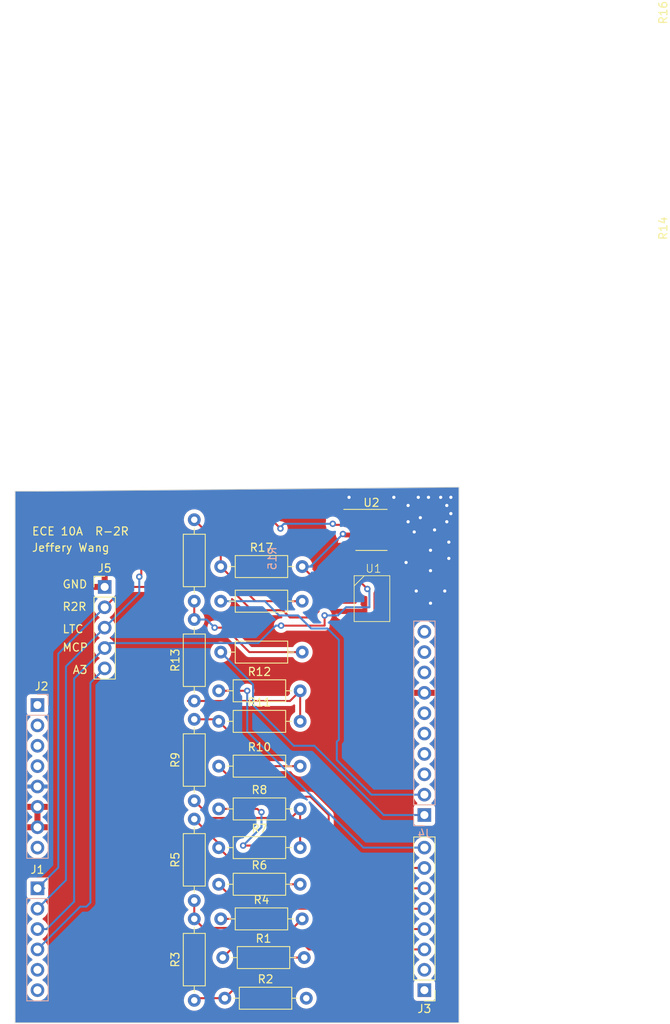
<source format=kicad_pcb>
(kicad_pcb (version 20221018) (generator pcbnew)
  (layers (0 "F.Cu" signal) (31 "B.Cu" signal) (34 "B.Paste" user) (35 "F.Paste" user) (36 "B.SilkS" user "B.Silkscreen") (37 "F.SilkS" user "F.Silkscreen") (38 "B.Mask" user) (39 "F.Mask" user) (44 "Edge.Cuts" user))
  (net 0 "")
  (net 1 "/vout_r2r")
  (net 2 "/vout_ltc")
  (net 3 "/vout_mcp")
  (net 4 "/ARDUINO_A3")
  (net 11 "+5V")
  (net 12 "GND")
  (net 14 "/vin0")
  (net 15 "/vin1")
  (net 16 "/vin2")
  (net 17 "/vin3")
  (net 18 "/vin4")
  (net 19 "/vin5")
  (net 20 "/vin6")
  (net 21 "/vin7")
  (net 31 "Net-(R1-Pad2)")
  (net 33 "Net-(R3-Pad2)")
  (net 34 "Net-(R5-Pad2)")
  (net 35 "Net-(R7-Pad2)")
  (net 36 "Net-(R10-Pad2)")
  (net 37 "Net-(R11-Pad2)")
  (net 38 "Net-(R13-Pad2)")
  (net 39 "Net-(R15-Pad2)")
  (footprint "Package_SO:SOIC-8_3.9x4.9mm_P1.27mm" (layer "F.Cu") (at 168.656 36.576)
    (fp_text reference "U2" (at 0 -3.4) (layer "F.SilkS"))
    (fp_text value "LTC1152")
    (fp_line (start 0 -2.56) (end -3.45 -2.56) (stroke (width 0.12)) (layer "F.SilkS"))
    (fp_line (start 0 -2.56) (end 1.95 -2.56) (stroke (width 0.12)) (layer "F.SilkS"))
    (fp_line (start 0 2.56) (end -1.95 2.56) (stroke (width 0.12)) (layer "F.SilkS"))
    (fp_line (start 0 2.56) (end 1.95 2.56) (stroke (width 0.12)) (layer "F.SilkS"))
    (pad "1" smd roundrect (at -2.475 -1.905) (size 1.95 0.6) (layers "F.Cu" "F.Paste" "F.Mask") (net 11 "+5V"))
    (pad "2" smd roundrect (at -2.475 -0.635) (size 1.95 0.6) (layers "F.Cu" "F.Paste" "F.Mask") (net 2 "/vout_ltc"))
    (pad "3" smd roundrect (at -2.475 0.635) (size 1.95 0.6) (layers "F.Cu" "F.Paste" "F.Mask") (net 1 "/vout_r2r"))
    (pad "4" smd roundrect (at -2.475 1.905) (size 1.95 0.6) (layers "F.Cu" "F.Paste" "F.Mask") (net 12 "GND"))
    (pad "5" smd roundrect (at 2.475 1.905) (size 1.95 0.6) (layers "F.Cu" "F.Paste" "F.Mask"))
    (pad "6" smd roundrect (at 2.475 0.635) (size 1.95 0.6) (layers "F.Cu" "F.Paste" "F.Mask") (net 2 "/vout_ltc"))
    (pad "7" smd roundrect (at 2.475 -0.635) (size 1.95 0.6) (layers "F.Cu" "F.Paste" "F.Mask") (net 11 "+5V"))
    (pad "8" smd roundrect (at 2.475 -1.905) (size 1.95 0.6) (layers "F.Cu" "F.Paste" "F.Mask"))
  )
  (footprint "Resistor_THT:R_Axial_DIN0207_L6.3mm_D2.5mm_P10.16mm_Horizontal" (layer "F.Cu") (at 149.606 60.452)
    (fp_text reference "R11" (at 5.08 -2.37) (layer "F.SilkS"))
    (fp_text value "10k")
    (fp_line (start 1.04 0) (end 1.81 0) (stroke (width 0.12)) (layer "F.SilkS"))
    (fp_line (start 1.81 -1.37) (end 1.81 1.37) (stroke (width 0.12)) (layer "F.SilkS"))
    (fp_line (start 1.81 1.37) (end 8.35 1.37) (stroke (width 0.12)) (layer "F.SilkS"))
    (fp_line (start 8.35 -1.37) (end 1.81 -1.37) (stroke (width 0.12)) (layer "F.SilkS"))
    (fp_line (start 8.35 1.37) (end 8.35 -1.37) (stroke (width 0.12)) (layer "F.SilkS"))
    (fp_line (start 9.12 0) (end 8.35 0) (stroke (width 0.12)) (layer "F.SilkS"))
    (pad "1" thru_hole circle (at 0 0) (size 1.6 1.6) (drill 0.8) (layers "*.Cu" "*.Mask") (net 36 "Net-(R10-Pad2)"))
    (pad "2" thru_hole oval (at 10.16 0) (size 1.6 1.6) (drill 0.8) (layers "*.Cu" "*.Mask") (net 37 "Net-(R11-Pad2)"))
  )
  (footprint "Connector_PinHeader_2.54mm:PinHeader_1x08_P2.54mm_Vertical" (layer "F.Cu") (at 175.26 93.98 180)
    (fp_text reference "J3" (at 0 -2.33) (layer "F.SilkS"))
    (fp_text value "Conn_01x08")
    (fp_line (start -1.33 -1.33) (end 0 -1.33) (stroke (width 0.12)) (layer "F.SilkS"))
    (fp_line (start -1.33 0) (end -1.33 -1.33) (stroke (width 0.12)) (layer "F.SilkS"))
    (fp_line (start -1.33 1.27) (end -1.33 19.11) (stroke (width 0.12)) (layer "F.SilkS"))
    (fp_line (start -1.33 1.27) (end 1.33 1.27) (stroke (width 0.12)) (layer "F.SilkS"))
    (fp_line (start -1.33 19.11) (end 1.33 19.11) (stroke (width 0.12)) (layer "F.SilkS"))
    (fp_line (start 1.33 1.27) (end 1.33 19.11) (stroke (width 0.12)) (layer "F.SilkS"))
    (pad "1" thru_hole rect (at 0 0 180) (size 1.7 1.7) (drill 1) (layers "*.Cu" "*.Mask"))
    (pad "2" thru_hole oval (at 0 2.54 180) (size 1.7 1.7) (drill 1) (layers "*.Cu" "*.Mask"))
    (pad "3" thru_hole oval (at 0 5.08 180) (size 1.7 1.7) (drill 1) (layers "*.Cu" "*.Mask") (net 14 "/vin0"))
    (pad "4" thru_hole oval (at 0 7.62 180) (size 1.7 1.7) (drill 1) (layers "*.Cu" "*.Mask") (net 15 "/vin1"))
    (pad "5" thru_hole oval (at 0 10.16 180) (size 1.7 1.7) (drill 1) (layers "*.Cu" "*.Mask") (net 16 "/vin2"))
    (pad "6" thru_hole oval (at 0 12.7 180) (size 1.7 1.7) (drill 1) (layers "*.Cu" "*.Mask") (net 17 "/vin3"))
    (pad "7" thru_hole oval (at 0 15.24 180) (size 1.7 1.7) (drill 1) (layers "*.Cu" "*.Mask") (net 18 "/vin4"))
    (pad "8" thru_hole oval (at 0 17.78 180) (size 1.7 1.7) (drill 1) (layers "*.Cu" "*.Mask") (net 19 "/vin5"))
  )
  (footprint "Resistor_THT:R_Axial_DIN0207_L6.3mm_D2.5mm_P10.16mm_Horizontal" (layer "F.Cu") (at 146.558 95.25 90)
    (fp_text reference "R3" (at 5.08 -2.37 90) (layer "F.SilkS"))
    (fp_text value "10k")
    (fp_line (start 1.04 0) (end 1.81 0) (stroke (width 0.12)) (layer "F.SilkS"))
    (fp_line (start 1.81 -1.37) (end 1.81 1.37) (stroke (width 0.12)) (layer "F.SilkS"))
    (fp_line (start 1.81 1.37) (end 8.35 1.37) (stroke (width 0.12)) (layer "F.SilkS"))
    (fp_line (start 8.35 -1.37) (end 1.81 -1.37) (stroke (width 0.12)) (layer "F.SilkS"))
    (fp_line (start 8.35 1.37) (end 8.35 -1.37) (stroke (width 0.12)) (layer "F.SilkS"))
    (fp_line (start 9.12 0) (end 8.35 0) (stroke (width 0.12)) (layer "F.SilkS"))
    (pad "1" thru_hole circle (at 0 0 90) (size 1.6 1.6) (drill 0.8) (layers "*.Cu" "*.Mask") (net 31 "Net-(R1-Pad2)"))
    (pad "2" thru_hole oval (at 10.16 0 90) (size 1.6 1.6) (drill 0.8) (layers "*.Cu" "*.Mask") (net 33 "Net-(R3-Pad2)"))
  )
  (footprint "Connector_PinHeader_2.54mm:PinHeader_1x05_P2.54mm_Vertical" (layer "F.Cu") (at 135.382 43.688)
    (fp_text reference "J5" (at 0 -2.33) (layer "F.SilkS"))
    (fp_text value "Conn_01x05")
    (fp_line (start -1.33 -1.33) (end 0 -1.33) (stroke (width 0.12)) (layer "F.SilkS"))
    (fp_line (start -1.33 0) (end -1.33 -1.33) (stroke (width 0.12)) (layer "F.SilkS"))
    (fp_line (start -1.33 1.27) (end -1.33 11.49) (stroke (width 0.12)) (layer "F.SilkS"))
    (fp_line (start -1.33 1.27) (end 1.33 1.27) (stroke (width 0.12)) (layer "F.SilkS"))
    (fp_line (start -1.33 11.49) (end 1.33 11.49) (stroke (width 0.12)) (layer "F.SilkS"))
    (fp_line (start 1.33 1.27) (end 1.33 11.49) (stroke (width 0.12)) (layer "F.SilkS"))
    (pad "1" thru_hole rect (at 0 0) (size 1.7 1.7) (drill 1) (layers "*.Cu" "*.Mask") (net 12 "GND"))
    (pad "2" thru_hole oval (at 0 2.54) (size 1.7 1.7) (drill 1) (layers "*.Cu" "*.Mask") (net 1 "/vout_r2r"))
    (pad "3" thru_hole oval (at 0 5.08) (size 1.7 1.7) (drill 1) (layers "*.Cu" "*.Mask") (net 2 "/vout_ltc"))
    (pad "4" thru_hole oval (at 0 7.62) (size 1.7 1.7) (drill 1) (layers "*.Cu" "*.Mask") (net 3 "/vout_mcp"))
    (pad "5" thru_hole oval (at 0 10.16) (size 1.7 1.7) (drill 1) (layers "*.Cu" "*.Mask") (net 4 "/ARDUINO_A3"))
  )
  (footprint "Resistor_THT:R_Axial_DIN0207_L6.3mm_D2.5mm_P10.16mm_Horizontal" (layer "F.Cu") (at 146.558 57.912 90)
    (fp_text reference "R13" (at 5.08 -2.37 90) (layer "F.SilkS"))
    (fp_text value "10k")
    (fp_line (start 1.04 0) (end 1.81 0) (stroke (width 0.12)) (layer "F.SilkS"))
    (fp_line (start 1.81 -1.37) (end 1.81 1.37) (stroke (width 0.12)) (layer "F.SilkS"))
    (fp_line (start 1.81 1.37) (end 8.35 1.37) (stroke (width 0.12)) (layer "F.SilkS"))
    (fp_line (start 8.35 -1.37) (end 1.81 -1.37) (stroke (width 0.12)) (layer "F.SilkS"))
    (fp_line (start 8.35 1.37) (end 8.35 -1.37) (stroke (width 0.12)) (layer "F.SilkS"))
    (fp_line (start 9.12 0) (end 8.35 0) (stroke (width 0.12)) (layer "F.SilkS"))
    (pad "1" thru_hole circle (at 0 0 90) (size 1.6 1.6) (drill 0.8) (layers "*.Cu" "*.Mask") (net 37 "Net-(R11-Pad2)"))
    (pad "2" thru_hole oval (at 10.16 0 90) (size 1.6 1.6) (drill 0.8) (layers "*.Cu" "*.Mask") (net 38 "Net-(R13-Pad2)"))
  )
  (footprint "Resistor_THT:R_Axial_DIN0207_L6.3mm_D2.5mm_P10.16mm_Horizontal" (layer "F.Cu") (at 146.558 45.466 90)
    (fp_text reference "R15" (at 5.334 9.736 90) (layer "B.SilkS") (effects (justify mirror)))
    (fp_text value "10k")
    (fp_line (start 1.04 0) (end 1.81 0) (stroke (width 0.12)) (layer "F.SilkS"))
    (fp_line (start 1.81 -1.37) (end 1.81 1.37) (stroke (width 0.12)) (layer "F.SilkS"))
    (fp_line (start 1.81 1.37) (end 8.35 1.37) (stroke (width 0.12)) (layer "F.SilkS"))
    (fp_line (start 8.35 -1.37) (end 1.81 -1.37) (stroke (width 0.12)) (layer "F.SilkS"))
    (fp_line (start 8.35 1.37) (end 8.35 -1.37) (stroke (width 0.12)) (layer "F.SilkS"))
    (fp_line (start 9.12 0) (end 8.35 0) (stroke (width 0.12)) (layer "F.SilkS"))
    (pad "1" thru_hole circle (at 0 0 90) (size 1.6 1.6) (drill 0.8) (layers "*.Cu" "*.Mask") (net 38 "Net-(R13-Pad2)"))
    (pad "2" thru_hole oval (at 10.16 0 90) (size 1.6 1.6) (drill 0.8) (layers "*.Cu" "*.Mask") (net 39 "Net-(R15-Pad2)"))
  )
  (footprint "Resistor_THT:R_Axial_DIN0207_L6.3mm_D2.5mm_P10.16mm_Horizontal" (layer "F.Cu") (at 150.114 89.916)
    (fp_text reference "R1" (at 5.08 -2.37) (layer "F.SilkS"))
    (fp_text value "20k")
    (fp_line (start 1.04 0) (end 1.81 0) (stroke (width 0.12)) (layer "F.SilkS"))
    (fp_line (start 1.81 -1.37) (end 1.81 1.37) (stroke (width 0.12)) (layer "F.SilkS"))
    (fp_line (start 1.81 1.37) (end 8.35 1.37) (stroke (width 0.12)) (layer "F.SilkS"))
    (fp_line (start 8.35 -1.37) (end 1.81 -1.37) (stroke (width 0.12)) (layer "F.SilkS"))
    (fp_line (start 8.35 1.37) (end 8.35 -1.37) (stroke (width 0.12)) (layer "F.SilkS"))
    (fp_line (start 9.12 0) (end 8.35 0) (stroke (width 0.12)) (layer "F.SilkS"))
    (pad "1" thru_hole circle (at 0 0) (size 1.6 1.6) (drill 0.8) (layers "*.Cu" "*.Mask") (net 14 "/vin0"))
    (pad "2" thru_hole oval (at 10.16 0) (size 1.6 1.6) (drill 0.8) (layers "*.Cu" "*.Mask") (net 31 "Net-(R1-Pad2)"))
  )
  (footprint "Resistor_THT:R_Axial_DIN0207_L6.3mm_D2.5mm_P10.16mm_Horizontal" (layer "F.Cu") (at 149.606 66.04)
    (fp_text reference "R10" (at 5.08 -2.37) (layer "F.SilkS"))
    (fp_text value "20k")
    (fp_line (start 1.04 0) (end 1.81 0) (stroke (width 0.12)) (layer "F.SilkS"))
    (fp_line (start 1.81 -1.37) (end 1.81 1.37) (stroke (width 0.12)) (layer "F.SilkS"))
    (fp_line (start 1.81 1.37) (end 8.35 1.37) (stroke (width 0.12)) (layer "F.SilkS"))
    (fp_line (start 8.35 -1.37) (end 1.81 -1.37) (stroke (width 0.12)) (layer "F.SilkS"))
    (fp_line (start 8.35 1.37) (end 8.35 -1.37) (stroke (width 0.12)) (layer "F.SilkS"))
    (fp_line (start 9.12 0) (end 8.35 0) (stroke (width 0.12)) (layer "F.SilkS"))
    (pad "1" thru_hole circle (at 0 0) (size 1.6 1.6) (drill 0.8) (layers "*.Cu" "*.Mask") (net 18 "/vin4"))
    (pad "2" thru_hole oval (at 10.16 0) (size 1.6 1.6) (drill 0.8) (layers "*.Cu" "*.Mask") (net 36 "Net-(R10-Pad2)"))
  )
  (footprint "Resistor_THT:R_Axial_DIN0207_L6.3mm_D2.5mm_P10.16mm_Horizontal" (layer "F.Cu") (at 149.86 45.466)
    (fp_text reference "R16" (at 55.188 -73.404 90) (layer "F.SilkS"))
    (fp_text value "20k")
    (fp_line (start 1.04 0) (end 1.81 0) (stroke (width 0.12)) (layer "F.SilkS"))
    (fp_line (start 1.81 -1.37) (end 1.81 1.37) (stroke (width 0.12)) (layer "F.SilkS"))
    (fp_line (start 1.81 1.37) (end 8.35 1.37) (stroke (width 0.12)) (layer "F.SilkS"))
    (fp_line (start 8.35 -1.37) (end 1.81 -1.37) (stroke (width 0.12)) (layer "F.SilkS"))
    (fp_line (start 8.35 1.37) (end 8.35 -1.37) (stroke (width 0.12)) (layer "F.SilkS"))
    (fp_line (start 9.12 0) (end 8.35 0) (stroke (width 0.12)) (layer "F.SilkS"))
    (pad "1" thru_hole circle (at 0 0) (size 1.6 1.6) (drill 0.8) (layers "*.Cu" "*.Mask") (net 21 "/vin7"))
    (pad "2" thru_hole oval (at 10.16 0) (size 1.6 1.6) (drill 0.8) (layers "*.Cu" "*.Mask") (net 39 "Net-(R15-Pad2)"))
  )
  (footprint "Resistor_THT:R_Axial_DIN0207_L6.3mm_D2.5mm_P10.16mm_Horizontal" (layer "F.Cu") (at 146.558 82.804 90)
    (fp_text reference "R5" (at 5.08 -2.37 90) (layer "F.SilkS"))
    (fp_text value "10k")
    (fp_line (start 1.04 0) (end 1.81 0) (stroke (width 0.12)) (layer "F.SilkS"))
    (fp_line (start 1.81 -1.37) (end 1.81 1.37) (stroke (width 0.12)) (layer "F.SilkS"))
    (fp_line (start 1.81 1.37) (end 8.35 1.37) (stroke (width 0.12)) (layer "F.SilkS"))
    (fp_line (start 8.35 -1.37) (end 1.81 -1.37) (stroke (width 0.12)) (layer "F.SilkS"))
    (fp_line (start 8.35 1.37) (end 8.35 -1.37) (stroke (width 0.12)) (layer "F.SilkS"))
    (fp_line (start 9.12 0) (end 8.35 0) (stroke (width 0.12)) (layer "F.SilkS"))
    (pad "1" thru_hole circle (at 0 0 90) (size 1.6 1.6) (drill 0.8) (layers "*.Cu" "*.Mask") (net 33 "Net-(R3-Pad2)"))
    (pad "2" thru_hole oval (at 10.16 0 90) (size 1.6 1.6) (drill 0.8) (layers "*.Cu" "*.Mask") (net 34 "Net-(R5-Pad2)"))
  )
  (footprint "Resistor_THT:R_Axial_DIN0207_L6.3mm_D2.5mm_P10.16mm_Horizontal" (layer "F.Cu") (at 149.606 71.374)
    (fp_text reference "R8" (at 5.08 -2.37) (layer "F.SilkS"))
    (fp_text value "20k")
    (fp_line (start 1.04 0) (end 1.81 0) (stroke (width 0.12)) (layer "F.SilkS"))
    (fp_line (start 1.81 -1.37) (end 1.81 1.37) (stroke (width 0.12)) (layer "F.SilkS"))
    (fp_line (start 1.81 1.37) (end 8.35 1.37) (stroke (width 0.12)) (layer "F.SilkS"))
    (fp_line (start 8.35 -1.37) (end 1.81 -1.37) (stroke (width 0.12)) (layer "F.SilkS"))
    (fp_line (start 8.35 1.37) (end 8.35 -1.37) (stroke (width 0.12)) (layer "F.SilkS"))
    (fp_line (start 9.12 0) (end 8.35 0) (stroke (width 0.12)) (layer "F.SilkS"))
    (pad "1" thru_hole circle (at 0 0) (size 1.6 1.6) (drill 0.8) (layers "*.Cu" "*.Mask") (net 17 "/vin3"))
    (pad "2" thru_hole oval (at 10.16 0) (size 1.6 1.6) (drill 0.8) (layers "*.Cu" "*.Mask") (net 35 "Net-(R7-Pad2)"))
  )
  (footprint "Resistor_THT:R_Axial_DIN0207_L6.3mm_D2.5mm_P10.16mm_Horizontal" (layer "F.Cu") (at 149.86 85.09)
    (fp_text reference "R4" (at 5.08 -2.37) (layer "F.SilkS"))
    (fp_text value "20k")
    (fp_line (start 1.04 0) (end 1.81 0) (stroke (width 0.12)) (layer "F.SilkS"))
    (fp_line (start 1.81 -1.37) (end 1.81 1.37) (stroke (width 0.12)) (layer "F.SilkS"))
    (fp_line (start 1.81 1.37) (end 8.35 1.37) (stroke (width 0.12)) (layer "F.SilkS"))
    (fp_line (start 8.35 -1.37) (end 1.81 -1.37) (stroke (width 0.12)) (layer "F.SilkS"))
    (fp_line (start 8.35 1.37) (end 8.35 -1.37) (stroke (width 0.12)) (layer "F.SilkS"))
    (fp_line (start 9.12 0) (end 8.35 0) (stroke (width 0.12)) (layer "F.SilkS"))
    (pad "1" thru_hole circle (at 0 0) (size 1.6 1.6) (drill 0.8) (layers "*.Cu" "*.Mask") (net 15 "/vin1"))
    (pad "2" thru_hole oval (at 10.16 0) (size 1.6 1.6) (drill 0.8) (layers "*.Cu" "*.Mask") (net 33 "Net-(R3-Pad2)"))
  )
  (footprint "Library:SOIC-8" (layer "F.Cu") (at 169.037 42.926)
    (fp_text reference "U1" (at -0.127 -1.524 unlocked) (layer "F.SilkS") (effects (font (thickness 0.1))))
    (fp_text value "~")
    (fp_line (start -2.54 -0.635) (end -2.54 5.08) (stroke (width 0.1)) (layer "F.SilkS"))
    (fp_line (start -2.54 0.635) (end -1.27 -0.635) (stroke (width 0.1)) (layer "F.SilkS"))
    (fp_line (start -2.54 5.08) (end 1.905 5.08) (stroke (width 0.1)) (layer "F.SilkS"))
    (fp_line (start 1.905 -0.635) (end -2.54 -0.635) (stroke (width 0.1)) (layer "F.SilkS"))
    (fp_line (start 1.905 5.08) (end 1.905 -0.635) (stroke (width 0.1)) (layer "F.SilkS"))
    (pad "1" smd roundrect (at -3.175 0) (size 1.905 0.635) (layers "F.Cu" "F.Paste" "F.Mask") (net 3 "/vout_mcp"))
    (pad "2" smd roundrect (at -3.175 1.27) (size 1.905 0.635) (layers "F.Cu" "F.Paste" "F.Mask") (net 3 "/vout_mcp"))
    (pad "3" smd roundrect (at -3.175 2.54) (size 1.905 0.635) (layers "F.Cu" "F.Paste" "F.Mask") (net 1 "/vout_r2r"))
    (pad "4" smd roundrect (at -3.175 3.81) (size 1.905 0.635) (layers "F.Cu" "F.Paste" "F.Mask") (net 12 "GND"))
    (pad "5" smd roundrect (at 2.54 3.81) (size 1.905 0.635) (layers "F.Cu" "F.Paste" "F.Mask"))
    (pad "6" smd roundrect (at 2.54 2.54) (size 1.905 0.635) (layers "F.Cu" "F.Paste" "F.Mask"))
    (pad "7" smd roundrect (at 2.54 1.27) (size 1.905 0.635) (layers "F.Cu" "F.Paste" "F.Mask"))
    (pad "8" smd roundrect (at 2.54 0) (size 1.905 0.635) (layers "F.Cu" "F.Paste" "F.Mask") (net 11 "+5V"))
  )
  (footprint "Resistor_THT:R_Axial_DIN0207_L6.3mm_D2.5mm_P10.16mm_Horizontal" (layer "F.Cu") (at 149.86 51.816)
    (fp_text reference "R14" (at 55.188 -52.858 90) (layer "F.SilkS"))
    (fp_text value "20k")
    (fp_line (start 1.04 0) (end 1.81 0) (stroke (width 0.12)) (layer "F.SilkS"))
    (fp_line (start 1.81 -1.37) (end 1.81 1.37) (stroke (width 0.12)) (layer "F.SilkS"))
    (fp_line (start 1.81 1.37) (end 8.35 1.37) (stroke (width 0.12)) (layer "F.SilkS"))
    (fp_line (start 8.35 -1.37) (end 1.81 -1.37) (stroke (width 0.12)) (layer "F.SilkS"))
    (fp_line (start 8.35 1.37) (end 8.35 -1.37) (stroke (width 0.12)) (layer "F.SilkS"))
    (fp_line (start 9.12 0) (end 8.35 0) (stroke (width 0.12)) (layer "F.SilkS"))
    (pad "1" thru_hole circle (at 0 0) (size 1.6 1.6) (drill 0.8) (layers "*.Cu" "*.Mask") (net 20 "/vin6"))
    (pad "2" thru_hole oval (at 10.16 0) (size 1.6 1.6) (drill 0.8) (layers "*.Cu" "*.Mask") (net 38 "Net-(R13-Pad2)"))
  )
  (footprint "Resistor_THT:R_Axial_DIN0207_L6.3mm_D2.5mm_P10.16mm_Horizontal" (layer "F.Cu") (at 149.606 56.642)
    (fp_text reference "R12" (at 5.08 -2.37) (layer "F.SilkS"))
    (fp_text value "20k")
    (fp_line (start 1.04 0) (end 1.81 0) (stroke (width 0.12)) (layer "F.SilkS"))
    (fp_line (start 1.81 -1.37) (end 1.81 1.37) (stroke (width 0.12)) (layer "F.SilkS"))
    (fp_line (start 1.81 1.37) (end 8.35 1.37) (stroke (width 0.12)) (layer "F.SilkS"))
    (fp_line (start 8.35 -1.37) (end 1.81 -1.37) (stroke (width 0.12)) (layer "F.SilkS"))
    (fp_line (start 8.35 1.37) (end 8.35 -1.37) (stroke (width 0.12)) (layer "F.SilkS"))
    (fp_line (start 9.12 0) (end 8.35 0) (stroke (width 0.12)) (layer "F.SilkS"))
    (pad "1" thru_hole circle (at 0 0) (size 1.6 1.6) (drill 0.8) (layers "*.Cu" "*.Mask") (net 19 "/vin5"))
    (pad "2" thru_hole oval (at 10.16 0) (size 1.6 1.6) (drill 0.8) (layers "*.Cu" "*.Mask") (net 37 "Net-(R11-Pad2)"))
  )
  (footprint "Resistor_THT:R_Axial_DIN0207_L6.3mm_D2.5mm_P10.16mm_Horizontal" (layer "F.Cu") (at 149.606 76.2)
    (fp_text reference "R7" (at 5.08 -2.37) (layer "F.SilkS"))
    (fp_text value "10k")
    (fp_line (start 1.04 0) (end 1.81 0) (stroke (width 0.12)) (layer "F.SilkS"))
    (fp_line (start 1.81 -1.37) (end 1.81 1.37) (stroke (width 0.12)) (layer "F.SilkS"))
    (fp_line (start 1.81 1.37) (end 8.35 1.37) (stroke (width 0.12)) (layer "F.SilkS"))
    (fp_line (start 8.35 -1.37) (end 1.81 -1.37) (stroke (width 0.12)) (layer "F.SilkS"))
    (fp_line (start 8.35 1.37) (end 8.35 -1.37) (stroke (width 0.12)) (layer "F.SilkS"))
    (fp_line (start 9.12 0) (end 8.35 0) (stroke (width 0.12)) (layer "F.SilkS"))
    (pad "1" thru_hole circle (at 0 0) (size 1.6 1.6) (drill 0.8) (layers "*.Cu" "*.Mask") (net 34 "Net-(R5-Pad2)"))
    (pad "2" thru_hole oval (at 10.16 0) (size 1.6 1.6) (drill 0.8) (layers "*.Cu" "*.Mask") (net 35 "Net-(R7-Pad2)"))
  )
  (footprint "Resistor_THT:R_Axial_DIN0207_L6.3mm_D2.5mm_P10.16mm_Horizontal" (layer "F.Cu") (at 149.86 41.148)
    (fp_text reference "R17" (at 5.08 -2.37) (layer "F.SilkS"))
    (fp_text value "10k")
    (fp_line (start 1.04 0) (end 1.81 0) (stroke (width 0.12)) (layer "F.SilkS"))
    (fp_line (start 1.81 -1.37) (end 1.81 1.37) (stroke (width 0.12)) (layer "F.SilkS"))
    (fp_line (start 1.81 1.37) (end 8.35 1.37) (stroke (width 0.12)) (layer "F.SilkS"))
    (fp_line (start 8.35 -1.37) (end 1.81 -1.37) (stroke (width 0.12)) (layer "F.SilkS"))
    (fp_line (start 8.35 1.37) (end 8.35 -1.37) (stroke (width 0.12)) (layer "F.SilkS"))
    (fp_line (start 9.12 0) (end 8.35 0) (stroke (width 0.12)) (layer "F.SilkS"))
    (pad "1" thru_hole circle (at 0 0) (size 1.6 1.6) (drill 0.8) (layers "*.Cu" "*.Mask") (net 39 "Net-(R15-Pad2)"))
    (pad "2" thru_hole oval (at 10.16 0) (size 1.6 1.6) (drill 0.8) (layers "*.Cu" "*.Mask") (net 1 "/vout_r2r"))
  )
  (footprint "Resistor_THT:R_Axial_DIN0207_L6.3mm_D2.5mm_P10.16mm_Horizontal" (layer "F.Cu") (at 146.558 70.358 90)
    (fp_text reference "R9" (at 5.08 -2.37 90) (layer "F.SilkS"))
    (fp_text value "10k")
    (fp_line (start 1.04 0) (end 1.81 0) (stroke (width 0.12)) (layer "F.SilkS"))
    (fp_line (start 1.81 -1.37) (end 1.81 1.37) (stroke (width 0.12)) (layer "F.SilkS"))
    (fp_line (start 1.81 1.37) (end 8.35 1.37) (stroke (width 0.12)) (layer "F.SilkS"))
    (fp_line (start 8.35 -1.37) (end 1.81 -1.37) (stroke (width 0.12)) (layer "F.SilkS"))
    (fp_line (start 8.35 1.37) (end 8.35 -1.37) (stroke (width 0.12)) (layer "F.SilkS"))
    (fp_line (start 9.12 0) (end 8.35 0) (stroke (width 0.12)) (layer "F.SilkS"))
    (pad "1" thru_hole circle (at 0 0 90) (size 1.6 1.6) (drill 0.8) (layers "*.Cu" "*.Mask") (net 35 "Net-(R7-Pad2)"))
    (pad "2" thru_hole oval (at 10.16 0 90) (size 1.6 1.6) (drill 0.8) (layers "*.Cu" "*.Mask") (net 36 "Net-(R10-Pad2)"))
  )
  (footprint "Resistor_THT:R_Axial_DIN0207_L6.3mm_D2.5mm_P10.16mm_Horizontal" (layer "F.Cu") (at 150.368 94.982)
    (fp_text reference "R2" (at 5.08 -2.37) (layer "F.SilkS"))
    (fp_text value "20k")
    (fp_line (start 1.04 0) (end 1.81 0) (stroke (width 0.12)) (layer "F.SilkS"))
    (fp_line (start 1.81 -1.37) (end 1.81 1.37) (stroke (width 0.12)) (layer "F.SilkS"))
    (fp_line (start 1.81 1.37) (end 8.35 1.37) (stroke (width 0.12)) (layer "F.SilkS"))
    (fp_line (start 8.35 -1.37) (end 1.81 -1.37) (stroke (width 0.12)) (layer "F.SilkS"))
    (fp_line (start 8.35 1.37) (end 8.35 -1.37) (stroke (width 0.12)) (layer "F.SilkS"))
    (fp_line (start 9.12 0) (end 8.35 0) (stroke (width 0.12)) (layer "F.SilkS"))
    (pad "1" thru_hole circle (at 0 0) (size 1.6 1.6) (drill 0.8) (layers "*.Cu" "*.Mask") (net 31 "Net-(R1-Pad2)"))
    (pad "2" thru_hole oval (at 10.16 0) (size 1.6 1.6) (drill 0.8) (layers "*.Cu" "*.Mask"))
  )
  (footprint "Resistor_THT:R_Axial_DIN0207_L6.3mm_D2.5mm_P10.16mm_Horizontal" (layer "F.Cu") (at 149.606 80.772)
    (fp_text reference "R6" (at 5.08 -2.37) (layer "F.SilkS"))
    (fp_text value "20k")
    (fp_line (start 1.04 0) (end 1.81 0) (stroke (width 0.12)) (layer "F.SilkS"))
    (fp_line (start 1.81 -1.37) (end 1.81 1.37) (stroke (width 0.12)) (layer "F.SilkS"))
    (fp_line (start 1.81 1.37) (end 8.35 1.37) (stroke (width 0.12)) (layer "F.SilkS"))
    (fp_line (start 8.35 -1.37) (end 1.81 -1.37) (stroke (width 0.12)) (layer "F.SilkS"))
    (fp_line (start 8.35 1.37) (end 8.35 -1.37) (stroke (width 0.12)) (layer "F.SilkS"))
    (fp_line (start 9.12 0) (end 8.35 0) (stroke (width 0.12)) (layer "F.SilkS"))
    (pad "1" thru_hole circle (at 0 0) (size 1.6 1.6) (drill 0.8) (layers "*.Cu" "*.Mask") (net 16 "/vin2"))
    (pad "2" thru_hole oval (at 10.16 0) (size 1.6 1.6) (drill 0.8) (layers "*.Cu" "*.Mask") (net 34 "Net-(R5-Pad2)"))
  )
  (footprint "Connector_PinHeader_2.54mm:PinHeader_1x10_P2.54mm_Vertical" (layer "B.Cu") (at 175.26 72.136)
    (fp_text reference "J4" (at 0 2.33) (layer "B.SilkS") (effects (justify mirror)))
    (fp_text value "Conn_01x10")
    (fp_line (start -1.33 -24.19) (end 1.33 -24.19) (stroke (width 0.12)) (layer "B.SilkS"))
    (fp_line (start -1.33 -1.27) (end -1.33 -24.19) (stroke (width 0.12)) (layer "B.SilkS"))
    (fp_line (start -1.33 -1.27) (end 1.33 -1.27) (stroke (width 0.12)) (layer "B.SilkS"))
    (fp_line (start -1.33 0) (end -1.33 1.33) (stroke (width 0.12)) (layer "B.SilkS"))
    (fp_line (start -1.33 1.33) (end 0 1.33) (stroke (width 0.12)) (layer "B.SilkS"))
    (fp_line (start 1.33 -1.27) (end 1.33 -24.19) (stroke (width 0.12)) (layer "B.SilkS"))
    (pad "1" thru_hole rect (at 0 0) (size 1.7 1.7) (drill 1) (layers "*.Cu" "*.Mask") (net 20 "/vin6"))
    (pad "2" thru_hole oval (at 0 -2.54) (size 1.7 1.7) (drill 1) (layers "*.Cu" "*.Mask") (net 21 "/vin7"))
    (pad "3" thru_hole oval (at 0 -5.08) (size 1.7 1.7) (drill 1) (layers "*.Cu" "*.Mask"))
    (pad "4" thru_hole oval (at 0 -7.62) (size 1.7 1.7) (drill 1) (layers "*.Cu" "*.Mask"))
    (pad "5" thru_hole oval (at 0 -10.16) (size 1.7 1.7) (drill 1) (layers "*.Cu" "*.Mask"))
    (pad "6" thru_hole oval (at 0 -12.7) (size 1.7 1.7) (drill 1) (layers "*.Cu" "*.Mask"))
    (pad "7" thru_hole oval (at 0 -15.24) (size 1.7 1.7) (drill 1) (layers "*.Cu" "*.Mask") (net 12 "GND"))
    (pad "8" thru_hole oval (at 0 -17.78) (size 1.7 1.7) (drill 1) (layers "*.Cu" "*.Mask"))
    (pad "9" thru_hole oval (at 0 -20.32) (size 1.7 1.7) (drill 1) (layers "*.Cu" "*.Mask"))
    (pad "10" thru_hole oval (at 0 -22.86) (size 1.7 1.7) (drill 1) (layers "*.Cu" "*.Mask"))
  )
  (footprint "Connector_PinHeader_2.54mm:PinHeader_1x08_P2.54mm_Vertical" (layer "B.Cu") (at 127 58.42 180)
    (fp_text reference "J2" (at -0.508 2.33) (layer "F.SilkS"))
    (fp_text value "Conn_01x08")
    (fp_line (start -1.33 -19.11) (end 1.33 -19.11) (stroke (width 0.12)) (layer "B.SilkS"))
    (fp_line (start -1.33 -1.27) (end -1.33 -19.11) (stroke (width 0.12)) (layer "B.SilkS"))
    (fp_line (start -1.33 -1.27) (end 1.33 -1.27) (stroke (width 0.12)) (layer "B.SilkS"))
    (fp_line (start -1.33 0) (end -1.33 1.33) (stroke (width 0.12)) (layer "B.SilkS"))
    (fp_line (start -1.33 1.33) (end 0 1.33) (stroke (width 0.12)) (layer "B.SilkS"))
    (fp_line (start 1.33 -1.27) (end 1.33 -19.11) (stroke (width 0.12)) (layer "B.SilkS"))
    (pad "1" thru_hole rect (at 0 0 180) (size 1.7 1.7) (drill 1) (layers "*.Cu" "*.Mask"))
    (pad "2" thru_hole oval (at 0 -2.54 180) (size 1.7 1.7) (drill 1) (layers "*.Cu" "*.Mask"))
    (pad "3" thru_hole oval (at 0 -5.08 180) (size 1.7 1.7) (drill 1) (layers "*.Cu" "*.Mask"))
    (pad "4" thru_hole oval (at 0 -7.62 180) (size 1.7 1.7) (drill 1) (layers "*.Cu" "*.Mask"))
    (pad "5" thru_hole oval (at 0 -10.16 180) (size 1.7 1.7) (drill 1) (layers "*.Cu" "*.Mask") (net 11 "+5V"))
    (pad "6" thru_hole oval (at 0 -12.7 180) (size 1.7 1.7) (drill 1) (layers "*.Cu" "*.Mask") (net 12 "GND"))
    (pad "7" thru_hole oval (at 0 -15.24 180) (size 1.7 1.7) (drill 1) (layers "*.Cu" "*.Mask") (net 12 "GND"))
    (pad "8" thru_hole oval (at 0 -17.78 180) (size 1.7 1.7) (drill 1) (layers "*.Cu" "*.Mask"))
  )
  (footprint "Connector_PinHeader_2.54mm:PinHeader_1x06_P2.54mm_Vertical" (layer "B.Cu") (at 127 81.28 180)
    (fp_text reference "J1" (at 0 2.33) (layer "F.SilkS"))
    (fp_text value "Conn_01x06")
    (fp_line (start -1.33 -14.03) (end 1.33 -14.03) (stroke (width 0.12)) (layer "B.SilkS"))
    (fp_line (start -1.33 -1.27) (end -1.33 -14.03) (stroke (width 0.12)) (layer "B.SilkS"))
    (fp_line (start -1.33 -1.27) (end 1.33 -1.27) (stroke (width 0.12)) (layer "B.SilkS"))
    (fp_line (start -1.33 0) (end -1.33 1.33) (stroke (width 0.12)) (layer "B.SilkS"))
    (fp_line (start -1.33 1.33) (end 0 1.33) (stroke (width 0.12)) (layer "B.SilkS"))
    (fp_line (start 1.33 -1.27) (end 1.33 -14.03) (stroke (width 0.12)) (layer "B.SilkS"))
    (pad "1" thru_hole rect (at 0 0 180) (size 1.7 1.7) (drill 1) (layers "*.Cu" "*.Mask") (net 1 "/vout_r2r"))
    (pad "2" thru_hole oval (at 0 -2.54 180) (size 1.7 1.7) (drill 1) (layers "*.Cu" "*.Mask") (net 2 "/vout_ltc"))
    (pad "3" thru_hole oval (at 0 -5.08 180) (size 1.7 1.7) (drill 1) (layers "*.Cu" "*.Mask") (net 3 "/vout_mcp"))
    (pad "4" thru_hole oval (at 0 -7.62 180) (size 1.7 1.7) (drill 1) (layers "*.Cu" "*.Mask") (net 4 "/ARDUINO_A3"))
    (pad "5" thru_hole oval (at 0 -10.16 180) (size 1.7 1.7) (drill 1) (layers "*.Cu" "*.Mask"))
    (pad "6" thru_hole oval (at 0 -12.7 180) (size 1.7 1.7) (drill 1) (layers "*.Cu" "*.Mask"))
  )
  (gr_line (start 124.206 98.044) (end 179.578 98.044) (stroke (width 0.1)) (layer "Edge.Cuts"))
  (gr_line (start 179.578 31.242) (end 127 31.75) (stroke (width 0.1)) (layer "Edge.Cuts"))
  (gr_line (start 127 31.75) (end 124.206 31.75) (stroke (width 0.1)) (layer "Edge.Cuts"))
  (gr_line (start 124.206 31.75) (end 124.206 94.996) (stroke (width 0.1)) (layer "Edge.Cuts"))
  (gr_line (start 179.578 98.044) (end 179.578 96.012) (stroke (width 0.1)) (layer "Edge.Cuts"))
  (gr_line (start 179.578 96.012) (end 179.578 31.242) (stroke (width 0.1)) (layer "Edge.Cuts"))
  (gr_line (start 124.206 94.996) (end 124.206 98.044) (stroke (width 0.1)) (layer "Edge.Cuts"))
  (gr_text "LTC" (at 130.048 49.53) (layer "F.SilkS") (effects (font (size 1 1)) (justify left bottom)))
  (gr_text "MCP" (at 130.048 51.816) (layer "F.SilkS") (effects (font (size 1 1)) (justify left bottom)))
  (gr_text "A3\n" (at 131.318 54.61) (layer "F.SilkS") (effects (font (size 1 1)) (justify left bottom)))
  (gr_text "R2R\n" (at 130.048 46.736) (layer "F.SilkS") (effects (font (size 1 1)) (justify left bottom)))
  (gr_text "Jeffery Wang" (at 126.238 39.37) (layer "F.SilkS") (effects (font (size 1 1)) (justify left bottom)))
  (gr_text "ECE 10A  R-2R" (at 126.238 37.338) (layer "F.SilkS") (effects (font (size 1 1)) (justify left bottom)))
  (gr_text "GND\n" (at 130.048 43.942) (layer "F.SilkS") (effects (font (size 1 1)) (justify left bottom)))
  (segment (start 157.589 46.591) (end 158.496 47.498) (width 0.25) (layer "F.Cu") (net 1))
  (segment (start 164.5845 44.4425) (end 164.5845 44.555126) (width 0.25) (layer "F.Cu") (net 1))
  (segment (start 165.227 37.211) (end 165.1 37.084) (width 0.25) (layer "F.Cu") (net 1))
  (segment (start 161.29 47.498) (end 162.052 46.736) (width 0.25) (layer "F.Cu") (net 1))
  (segment (start 153.719122 46.591) (end 157.589 46.591) (width 0.25) (layer "F.Cu") (net 1))
  (segment (start 162.052 43.18) (end 163.322 43.18) (width 0.25) (layer "F.Cu") (net 1))
  (segment (start 165.495374 45.466) (end 165.862 45.466) (width 0.25) (layer "F.Cu") (net 1))
  (segment (start 164.5845 44.555126) (end 165.495374 45.466) (width 0.25) (layer "F.Cu") (net 1))
  (segment (start 135.382 46.228) (end 137.922 43.688) (width 0.25) (layer "F.Cu") (net 1))
  (segment (start 137.922 43.688) (end 150.816122 43.688) (width 0.25) (layer "F.Cu") (net 1))
  (segment (start 150.816122 43.688) (end 153.719122 46.591) (width 0.25) (layer "F.Cu") (net 1))
  (segment (start 162.052 46.736) (end 162.052 43.18) (width 0.25) (layer "F.Cu") (net 1))
  (segment (start 166.181 37.211) (end 165.227 37.211) (width 0.25) (layer "F.Cu") (net 1))
  (segment (start 162.052 43.18) (end 160.02 41.148) (width 0.25) (layer "F.Cu") (net 1))
  (segment (start 158.496 47.498) (end 161.29 47.498) (width 0.25) (layer "F.Cu") (net 1))
  (segment (start 163.322 43.18) (end 164.5845 44.4425) (width 0.25) (layer "F.Cu") (net 1))
  (via (at 165.1 37.084) (size 0.8) (drill 0.4) (layers "F.Cu" "B.Cu") (net 1))
  (segment (start 135.382 46.228) (end 129.598 52.012) (width 0.25) (layer "B.Cu") (net 1))
  (segment (start 127 81.28) (end 127.85 81.28) (width 0.25) (layer "B.Cu") (net 1))
  (segment (start 165.1 37.084) (end 161.036 41.148) (width 0.25) (layer "B.Cu") (net 1))
  (segment (start 129.598 78.682) (end 127 81.28) (width 0.25) (layer "B.Cu") (net 1))
  (segment (start 160.02 41.148) (end 161.29 41.148) (width 0.25) (layer "B.Cu") (net 1))
  (segment (start 129.598 52.012) (end 129.598 78.682) (width 0.25) (layer "B.Cu") (net 1))
  (segment (start 161.036 41.148) (end 160.02 41.148) (width 0.25) (layer "B.Cu") (net 1))
  (segment (start 167.156 35.941) (end 168.426 37.211) (width 0.25) (layer "F.Cu") (net 2))
  (segment (start 163.957 35.941) (end 163.83 35.814) (width 0.25) (layer "F.Cu") (net 2))
  (segment (start 166.181 35.941) (end 163.957 35.941) (width 0.25) (layer "F.Cu") (net 2))
  (segment (start 149.497 34.181) (end 148.336 33.02) (width 0.25) (layer "F.Cu") (net 2))
  (segment (start 168.426 37.211) (end 171.131 37.211) (width 0.25) (layer "F.Cu") (net 2))
  (segment (start 142.748 34.544) (end 139.954 37.338) (width 0.25) (layer "F.Cu") (net 2))
  (segment (start 145.796 33.02) (end 144.272 33.02) (width 0.25) (layer "F.Cu") (net 2))
  (segment (start 139.954 42.164) (end 139.7 42.418) (width 0.25) (layer "F.Cu") (net 2))
  (segment (start 147.066 33.02) (end 145.796 33.02) (width 0.25) (layer "F.Cu") (net 2))
  (segment (start 139.954 37.338) (end 139.954 41.402) (width 0.25) (layer "F.Cu") (net 2))
  (segment (start 139.954 41.402) (end 139.954 42.164) (width 0.25) (layer "F.Cu") (net 2))
  (segment (start 148.336 33.02) (end 147.066 33.02) (width 0.25) (layer "F.Cu") (net 2))
  (segment (start 144.272 33.02) (end 142.748 34.544) (width 0.25) (layer "F.Cu") (net 2))
  (segment (start 157.30936 36.40536) (end 155.085 34.181) (width 0.25) (layer "F.Cu") (net 2))
  (segment (start 166.181 35.941) (end 167.156 35.941) (width 0.25) (layer "F.Cu") (net 2))
  (segment (start 155.085 34.181) (end 149.497 34.181) (width 0.25) (layer "F.Cu") (net 2))
  (via (at 157.30936 36.40536) (size 0.8) (drill 0.4) (layers "F.Cu" "B.Cu") (net 2))
  (via (at 139.7 42.418) (size 0.8) (drill 0.4) (layers "F.Cu" "B.Cu") (net 2))
  (via (at 163.83 35.814) (size 0.8) (drill 0.4) (layers "F.Cu" "B.Cu") (net 2))
  (segment (start 157.734 35.814) (end 157.226 36.322) (width 0.25) (layer "B.Cu") (net 2))
  (segment (start 139.7 42.418) (end 139.7 44.45) (width 0.25) (layer "B.Cu") (net 2))
  (segment (start 135.382 48.768) (end 130.556 53.594) (width 0.25) (layer "B.Cu") (net 2))
  (segment (start 130.556 80.264) (end 127 83.82) (width 0.25) (layer "B.Cu") (net 2))
  (segment (start 130.556 53.594) (end 130.556 80.264) (width 0.25) (layer "B.Cu") (net 2))
  (segment (start 139.7 44.45) (end 135.382 48.768) (width 0.25) (layer "B.Cu") (net 2))
  (segment (start 163.83 35.814) (end 157.734 35.814) (width 0.25) (layer "B.Cu") (net 2))
  (segment (start 157.226 36.322) (end 157.30936 36.40536) (width 0.25) (layer "B.Cu") (net 2))
  (segment (start 168.148 43.942) (end 167.132 42.926) (width 0.25) (layer "F.Cu") (net 3))
  (segment (start 162.814 48.514) (end 162.814 47.244) (width 0.25) (layer "F.Cu") (net 3))
  (segment (start 167.132 42.926) (end 165.862 42.926) (width 0.25) (layer "F.Cu") (net 3))
  (segment (start 165.862 44.196) (end 165.862 42.926) (width 0.25) (layer "F.Cu") (net 3))
  (segment (start 157.390018 48.514) (end 162.814 48.514) (width 0.25) (layer "F.Cu") (net 3))
  (via (at 157.390018 48.514) (size 0.8) (drill 0.4) (layers "F.Cu" "B.Cu") (net 3))
  (via (at 162.814 47.244) (size 0.8) (drill 0.4) (layers "F.Cu" "B.Cu") (net 3))
  (via (at 168.148 43.942) (size 0.8) (drill 0.4) (layers "F.Cu" "B.Cu") (net 3))
  (segment (start 131.572 55.118) (end 131.572 82.932396) (width 0.25) (layer "B.Cu") (net 3))
  (segment (start 168.402 46.228) (end 168.402 44.196) (width 0.25) (layer "B.Cu") (net 3))
  (segment (start 131.572 55.118) (end 135.382 51.308) (width 0.25) (layer "B.Cu") (net 3))
  (segment (start 135.382 51.308) (end 135.999 50.691) (width 0.25) (layer "B.Cu") (net 3))
  (segment (start 165.482396 46.228) (end 168.402 46.228) (width 0.25) (layer "B.Cu") (net 3))
  (segment (start 131.572 82.932396) (end 128.144396 86.36) (width 0.25) (layer "B.Cu") (net 3))
  (segment (start 154.541 50.691) (end 156.718 48.514) (width 0.25) (layer "B.Cu") (net 3))
  (segment (start 168.402 44.196) (end 168.148 43.942) (width 0.25) (layer "B.Cu") (net 3))
  (segment (start 128.144396 86.36) (end 127 86.36) (width 0.25) (layer "B.Cu") (net 3))
  (segment (start 162.814 47.244) (end 164.466396 47.244) (width 0.25) (layer "B.Cu") (net 3))
  (segment (start 135.999 50.691) (end 154.541 50.691) (width 0.25) (layer "B.Cu") (net 3))
  (segment (start 156.718 48.514) (end 157.390018 48.514) (width 0.25) (layer "B.Cu") (net 3))
  (segment (start 164.466396 47.244) (end 165.482396 46.228) (width 0.25) (layer "B.Cu") (net 3))
  (segment (start 133.604 83.058) (end 133.096 83.566) (width 0.25) (layer "B.Cu") (net 4))
  (segment (start 132.334 83.566) (end 127 88.9) (width 0.25) (layer "B.Cu") (net 4))
  (segment (start 133.096 83.566) (end 132.334 83.566) (width 0.25) (layer "B.Cu") (net 4))
  (segment (start 133.604 55.626) (end 135.382 53.848) (width 0.25) (layer "B.Cu") (net 4))
  (segment (start 133.604 55.626) (end 133.604 83.058) (width 0.25) (layer "B.Cu") (net 4))
  (segment (start 166.181 34.671) (end 167.156 34.671) (width 0.25) (layer "F.Cu") (net 11))
  (via (at 171.45 32.512) (size 0.8) (drill 0.4) (layers "F.Cu" "B.Cu") (net 11))
  (via (at 178.562 32.512) (size 0.8) (drill 0.4) (layers "F.Cu" "B.Cu") (net 11))
  (via (at 177.8 44.196) (size 0.8) (drill 0.4) (layers "F.Cu" "B.Cu") (net 11))
  (via (at 178.054 33.528) (size 0.8) (drill 0.4) (layers "F.Cu" "B.Cu") (net 11))
  (via (at 173.228 35.56) (size 0.8) (drill 0.4) (layers "F.Cu" "B.Cu") (net 11))
  (via (at 176.022 39.116) (size 0.8) (drill 0.4) (layers "F.Cu" "B.Cu") (net 11))
  (via (at 178.308 40.132) (size 0.8) (drill 0.4) (layers "F.Cu" "B.Cu") (net 11))
  (via (at 175.768 32.512) (size 0.8) (drill 0.4) (layers "F.Cu" "B.Cu") (net 11))
  (via (at 176.022 41.656) (size 0.8) (drill 0.4) (layers "F.Cu" "B.Cu") (net 11))
  (via (at 173.99 36.83) (size 0.8) (drill 0.4) (layers "F.Cu" "B.Cu") (net 11))
  (via (at 178.562 34.544) (size 0.8) (drill 0.4) (layers "F.Cu" "B.Cu") (net 11))
  (via (at 177.292 32.512) (size 0.8) (drill 0.4) (layers "F.Cu" "B.Cu") (net 11))
  (via (at 174.752 35.052) (size 0.8) (drill 0.4) (layers "F.Cu" "B.Cu") (net 11))
  (via (at 165.862 32.512) (size 0.8) (drill 0.4) (layers "F.Cu" "B.Cu") (net 11))
  (via (at 174.244 44.196) (size 0.8) (drill 0.4) (layers "F.Cu" "B.Cu") (net 11))
  (via (at 176.022 45.72) (size 0.8) (drill 0.4) (layers "F.Cu" "B.Cu") (net 11))
  (via (at 178.054 35.56) (size 0.8) (drill 0.4) (layers "F.Cu" "B.Cu") (net 11))
  (via (at 178.308 38.1) (size 0.8) (drill 0.4) (layers "F.Cu" "B.Cu") (net 11))
  (via (at 176.53 36.576) (size 0.8) (drill 0.4) (layers "F.Cu" "B.Cu") (net 11))
  (via (at 173.228 33.528) (size 0.8) (drill 0.4) (layers "F.Cu" "B.Cu") (net 11))
  (via (at 174.498 32.512) (size 0.8) (drill 0.4) (layers "F.Cu" "B.Cu") (net 11))
  (via (at 172.974 40.64) (size 0.8) (drill 0.4) (layers "F.Cu" "B.Cu") (net 11))
  (segment (start 150.114 89.916) (end 152.4 87.63) (width 0.25) (layer "F.Cu") (net 14))
  (segment (start 152.4 87.63) (end 159.571878 87.63) (width 0.25) (layer "F.Cu") (net 14))
  (segment (start 160.841878 88.9) (end 175.26 88.9) (width 0.25) (layer "F.Cu") (net 14))
  (segment (start 159.571878 87.63) (end 160.841878 88.9) (width 0.25) (layer "F.Cu") (net 14))
  (segment (start 160.782 83.82) (end 163.322 86.36) (width 0.25) (layer "F.Cu") (net 15))
  (segment (start 149.86 85.09) (end 157.988 85.09) (width 0.25) (layer "F.Cu") (net 15))
  (segment (start 159.258 83.82) (end 160.782 83.82) (width 0.25) (layer "F.Cu") (net 15))
  (segment (start 157.988 85.09) (end 159.258 83.82) (width 0.25) (layer "F.Cu") (net 15))
  (segment (start 163.322 86.36) (end 175.26 86.36) (width 0.25) (layer "F.Cu") (net 15))
  (segment (start 161.544 82.55) (end 162.814 83.82) (width 0.25) (layer "F.Cu") (net 16))
  (segment (start 149.606 80.772) (end 151.384 82.55) (width 0.25) (layer "F.Cu") (net 16))
  (segment (start 151.384 82.55) (end 161.544 82.55) (width 0.25) (layer "F.Cu") (net 16))
  (segment (start 162.814 83.82) (end 175.26 83.82) (width 0.25) (layer "F.Cu") (net 16))
  (segment (start 165.1 81.28) (end 175.26 81.28) (width 0.25) (layer "F.Cu") (net 17))
  (segment (start 154.432 71.374) (end 154.94 71.882) (width 0.25) (layer "F.Cu") (net 17))
  (segment (start 154.94 71.882) (end 154.94 71.7745) (width 0.25) (layer "F.Cu") (net 17))
  (segment (start 162.052 78.232) (end 165.1 81.28) (width 0.25) (layer "F.Cu") (net 17))
  (segment (start 149.606 71.374) (end 154.432 71.374) (width 0.25) (layer "F.Cu") (net 17))
  (segment (start 158.809878 78.232) (end 162.052 78.232) (width 0.25) (layer "F.Cu") (net 17))
  (segment (start 152.654 75.946) (end 156.523878 75.946) (width 0.25) (layer "F.Cu") (net 17))
  (segment (start 156.523878 75.946) (end 158.809878 78.232) (width 0.25) (layer "F.Cu") (net 17))
  (via (at 152.654 75.946) (size 0.8) (drill 0.4) (layers "F.Cu" "B.Cu") (net 17))
  (via (at 154.94 71.7745) (size 0.8) (drill 0.4) (layers "F.Cu" "B.Cu") (net 17))
  (segment (start 154.94 73.66) (end 152.654 75.946) (width 0.25) (layer "B.Cu") (net 17))
  (segment (start 154.94 71.7745) (end 154.94 73.66) (width 0.25) (layer "B.Cu") (net 17))
  (segment (start 149.606 66.04) (end 153.416 69.85) (width 0.25) (layer "F.Cu") (net 18))
  (segment (start 153.416 69.85) (end 161.036 69.85) (width 0.25) (layer "F.Cu") (net 18))
  (segment (start 164.592 78.74) (end 175.26 78.74) (width 0.25) (layer "F.Cu") (net 18))
  (segment (start 163.322 72.136) (end 163.322 77.47) (width 0.25) (layer "F.Cu") (net 18))
  (segment (start 163.322 77.47) (end 164.592 78.74) (width 0.25) (layer "F.Cu") (net 18))
  (segment (start 161.036 69.85) (end 163.322 72.136) (width 0.25) (layer "F.Cu") (net 18))
  (segment (start 149.606 56.642) (end 153.162 56.642) (width 0.25) (layer "F.Cu") (net 19))
  (via (at 153.162 56.642) (size 0.8) (drill 0.4) (layers "F.Cu" "B.Cu") (net 19))
  (segment (start 153.162 61.722) (end 167.64 76.2) (width 0.25) (layer "B.Cu") (net 19))
  (segment (start 167.64 76.2) (end 175.26 76.2) (width 0.25) (layer "B.Cu") (net 19))
  (segment (start 153.162 56.642) (end 153.162 61.722) (width 0.25) (layer "B.Cu") (net 19))
  (segment (start 153.887 58.42) (end 158.967 63.5) (width 0.25) (layer "B.Cu") (net 20))
  (segment (start 158.967 63.5) (end 161.544 63.5) (width 0.25) (layer "B.Cu") (net 20))
  (segment (start 161.544 63.5) (end 170.18 72.136) (width 0.25) (layer "B.Cu") (net 20))
  (segment (start 149.86 51.816) (end 153.887 55.843) (width 0.25) (layer "B.Cu") (net 20))
  (segment (start 153.887 55.843) (end 153.887 58.42) (width 0.25) (layer "B.Cu") (net 20))
  (segment (start 170.18 72.136) (end 175.26 72.136) (width 0.25) (layer "B.Cu") (net 20))
  (segment (start 164.338 62.992) (end 164.338 65.278) (width 0.25) (layer "B.Cu") (net 21))
  (segment (start 164.592 62.738) (end 164.338 62.992) (width 0.25) (layer "B.Cu") (net 21))
  (segment (start 155.367323 45.466) (end 157.145323 47.244) (width 0.25) (layer "B.Cu") (net 21))
  (segment (start 164.592 50.292) (end 164.592 62.738) (width 0.25) (layer "B.Cu") (net 21))
  (segment (start 159.512 47.244) (end 161.145 48.877) (width 0.25) (layer "B.Cu") (net 21))
  (segment (start 161.145 48.877) (end 163.177 48.877) (width 0.25) (layer "B.Cu") (net 21))
  (segment (start 157.145323 47.244) (end 159.512 47.244) (width 0.25) (layer "B.Cu") (net 21))
  (segment (start 164.338 65.278) (end 168.656 69.596) (width 0.25) (layer "B.Cu") (net 21))
  (segment (start 149.86 45.466) (end 155.367323 45.466) (width 0.25) (layer "B.Cu") (net 21))
  (segment (start 163.177 48.877) (end 164.592 50.292) (width 0.25) (layer "B.Cu") (net 21))
  (segment (start 168.656 69.596) (end 175.26 69.596) (width 0.25) (layer "B.Cu") (net 21))
  (segment (start 160.274 89.916) (end 155.434 89.916) (width 0.25) (layer "F.Cu") (net 31))
  (segment (start 155.434 89.916) (end 150.368 94.982) (width 0.25) (layer "F.Cu") (net 31))
  (segment (start 150.368 94.982) (end 146.826 94.982) (width 0.25) (layer "F.Cu") (net 31))
  (segment (start 146.826 94.982) (end 146.558 95.25) (width 0.25) (layer "F.Cu") (net 31))
  (segment (start 158.895 86.215) (end 160.02 85.09) (width 0.25) (layer "F.Cu") (net 33))
  (segment (start 146.558 85.09) (end 147.683 86.215) (width 0.25) (layer "F.Cu") (net 33))
  (segment (start 146.558 85.09) (end 146.558 82.804) (width 0.25) (layer "F.Cu") (net 33))
  (segment (start 147.683 86.215) (end 158.895 86.215) (width 0.25) (layer "F.Cu") (net 33))
  (segment (start 146.558 82.804) (end 146.558 82.55) (width 0.25) (layer "F.Cu") (net 33))
  (segment (start 149.606 75.692) (end 149.606 76.2) (width 0.25) (layer "F.Cu") (net 34))
  (segment (start 154.178 80.772) (end 149.606 76.2) (width 0.25) (layer "F.Cu") (net 34))
  (segment (start 146.558 72.644) (end 149.606 75.692) (width 0.25) (layer "F.Cu") (net 34))
  (segment (start 159.766 80.772) (end 154.178 80.772) (width 0.25) (layer "F.Cu") (net 34))
  (segment (start 146.558 70.358) (end 148.699 72.499) (width 0.25) (layer "F.Cu") (net 35))
  (segment (start 159.766 71.374) (end 159.766 76.2) (width 0.25) (layer "F.Cu") (net 35))
  (segment (start 158.641 72.499) (end 159.766 71.374) (width 0.25) (layer "F.Cu") (net 35))
  (segment (start 148.699 72.499) (end 158.641 72.499) (width 0.25) (layer "F.Cu") (net 35))
  (segment (start 159.766 66.04) (end 155.194 66.04) (width 0.25) (layer "F.Cu") (net 36))
  (segment (start 155.194 66.04) (end 149.606 60.452) (width 0.25) (layer "F.Cu") (net 36))
  (segment (start 146.558 60.198) (end 149.352 60.198) (width 0.25) (layer "F.Cu") (net 36))
  (segment (start 149.352 60.198) (end 149.606 60.452) (width 0.25) (layer "F.Cu") (net 36))
  (segment (start 146.558 57.912) (end 158.496 57.912) (width 0.25) (layer "F.Cu") (net 37))
  (segment (start 158.496 57.912) (end 159.766 56.642) (width 0.25) (layer "F.Cu") (net 37))
  (segment (start 146.558 57.912) (end 145.758 57.912) (width 0.25) (layer "F.Cu") (net 37))
  (segment (start 159.766 56.642) (end 159.766 60.452) (width 0.25) (layer "F.Cu") (net 37))
  (segment (start 150.622 49.022) (end 150.368 48.768) (width 0.25) (layer "F.Cu") (net 38))
  (segment (start 150.368 48.768) (end 149.098 48.768) (width 0.25) (layer "F.Cu") (net 38))
  (segment (start 146.558 45.466) (end 146.558 47.752) (width 0.25) (layer "F.Cu") (net 38))
  (segment (start 160.02 51.816) (end 157.793878 51.816) (width 0.25) (layer "F.Cu") (net 38))
  (segment (start 153.416 51.816) (end 150.622 49.022) (width 0.25) (layer "F.Cu") (net 38))
  (segment (start 146.558 46.952) (end 146.558 47.752) (width 0.25) (layer "F.Cu") (net 38))
  (segment (start 157.793878 51.816) (end 153.416 51.816) (width 0.25) (layer "F.Cu") (net 38))
  (via (at 149.098 48.768) (size 0.8) (drill 0.4) (layers "F.Cu" "B.Cu") (net 38))
  (segment (start 148.082 47.752) (end 146.558 47.752) (width 0.25) (layer "B.Cu") (net 38))
  (segment (start 149.098 48.768) (end 148.082 47.752) (width 0.25) (layer "B.Cu") (net 38))
  (segment (start 154.178 45.466) (end 149.86 41.148) (width 0.25) (layer "F.Cu") (net 39))
  (segment (start 149.86 38.608) (end 146.558 35.306) (width 0.25) (layer "F.Cu") (net 39))
  (segment (start 160.02 45.466) (end 154.178 45.466) (width 0.25) (layer "F.Cu") (net 39))
  (segment (start 149.86 41.148) (end 149.86 38.608) (width 0.25) (layer "F.Cu") (net 39))
  (zone (net 12) (net_name "GND") (layer "F.Cu") (connect_pads (clearance 0.5)) (min_thickness 0.25) (fill yes (thermal_gap 0.75) (thermal_bridge_width 0.75))
    (polygon (pts (xy 124.206 31.75) (xy 162.814 31.496) (xy 163.068 37.084) (xy 168.148 37.084) (xy 168.148 48.26) (xy 179.578 48.26) (xy 179.578 98.044) (xy 124.206 98.044)))
  )
  (zone (net 11) (net_name "+5V") (layer "F.Cu") (priority 1) (connect_pads (clearance 0.5)) (min_thickness 0.25) (fill yes (thermal_gap 0.75) (thermal_bridge_width 0.75))
    (polygon (pts (xy 163.83 31.242) (xy 164.084 31.242) (xy 164.338 36.322) (xy 168.91 36.322) (xy 168.91 47.244) (xy 179.578 47.244) (xy 179.578 31.242) (xy 164.084 31.242) (xy 164.338 36.322)))
  )
  (zone (net 11) (net_name "+5V") (layer "B.Cu") (priority 2) (connect_pads (clearance 0.5)) (min_thickness 0.25) (fill yes (thermal_gap 0.5) (thermal_bridge_width 0.5))
    (polygon (pts (xy 124.206 31.75) (xy 179.578 31.242) (xy 179.578 98.044) (xy 124.206 98.044)))
  )
)
</source>
